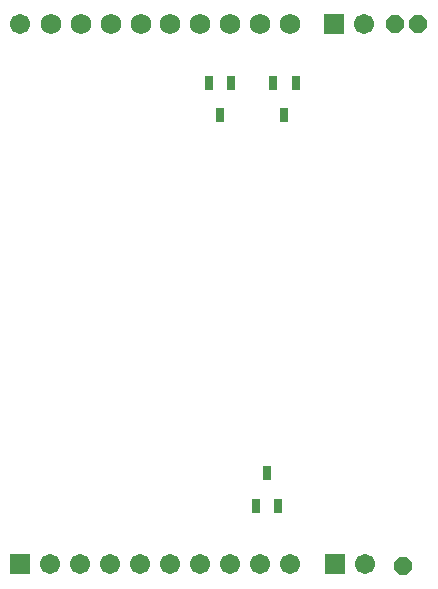
<source format=gbs>
G04 Layer_Color=16711935*
%FSLAX25Y25*%
%MOIN*%
G70*
G01*
G75*
%ADD38C,0.06706*%
%ADD39R,0.06706X0.06706*%
%ADD40C,0.06800*%
%ADD41P,0.06278X8X22.5*%
%ADD42R,0.03162X0.04737*%
D38*
X70000Y-90000D02*
D03*
X-25000Y-90124D02*
D03*
X45000D02*
D03*
X35000D02*
D03*
X25000D02*
D03*
X15000D02*
D03*
X5000D02*
D03*
X-5000D02*
D03*
X-15000D02*
D03*
X-35000D02*
D03*
X-45000Y90079D02*
D03*
X69500Y90000D02*
D03*
D39*
X60000Y-90000D02*
D03*
X-45000Y-90124D02*
D03*
X59500Y90000D02*
D03*
D40*
X-34963Y90126D02*
D03*
X-24974D02*
D03*
X-14984D02*
D03*
X-4995D02*
D03*
X4995D02*
D03*
X14984D02*
D03*
X24974D02*
D03*
X34963D02*
D03*
X44953D02*
D03*
D41*
X87500Y90000D02*
D03*
X80000D02*
D03*
X82500Y-90500D02*
D03*
D42*
X37260Y-59673D02*
D03*
X33520Y-70500D02*
D03*
X41000D02*
D03*
X43000Y59587D02*
D03*
X46740Y70413D02*
D03*
X39260D02*
D03*
X21500Y59587D02*
D03*
X25240Y70413D02*
D03*
X17760D02*
D03*
M02*

</source>
